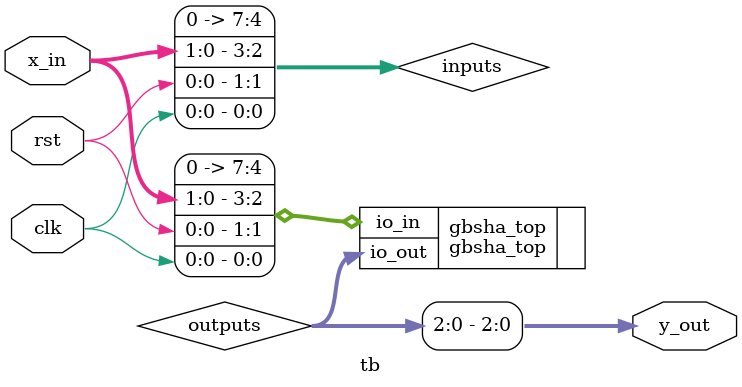
<source format=v>
`default_nettype none
`timescale 1ns/1ps

/*
this testbench just instantiates the module and makes some convenient wires
that can be driven / tested by the cocotb test.py
*/

module tb (
    // testbench is controlled by test.py
    input clk,
    input rst,
    input [1:0] x_in,
    output [2:0] y_out
   );

    // this part dumps the trace to a vcd file that can be viewed with GTKWave
    initial begin
        $dumpfile ("tb.vcd");
        $dumpvars (0, tb);
        #1;
    end

    // wire up the inputs and outputs
    wire [7:0] inputs = {4'b0, x_in, rst, clk};
    wire [7:0] outputs;
    assign y_out = outputs[2:0];

    // instantiate the DUT
    gbsha_top gbsha_top(
        `ifdef GL_TEST
            .vccd1( 1'b1),
            .vssd1( 1'b0),
        `endif
        .io_in  (inputs),
        .io_out (outputs)
        );

endmodule

</source>
